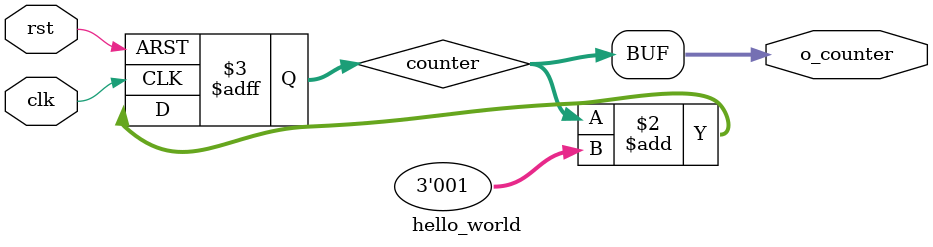
<source format=sv>
module hello_world
(
  input logic clk,
  input logic rst,
  output[2:0] o_counter
);
reg[2:0] counter;

always_ff @(posedge clk, posedge rst) begin

  if(rst)
    begin
      counter <= 3'd0;
    end
  else
    begin
      counter <= counter + 3'd1;
    end

end

assign o_counter = counter;

endmodule

</source>
